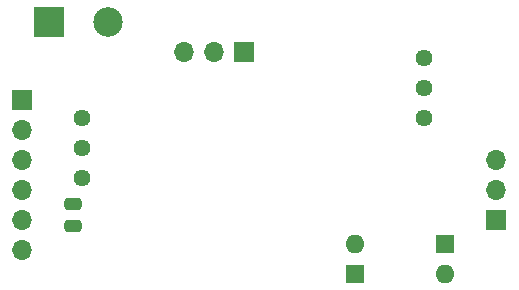
<source format=gbr>
%TF.GenerationSoftware,KiCad,Pcbnew,7.0.11+dfsg-1build4*%
%TF.CreationDate,2024-08-04T00:39:12+02:00*%
%TF.ProjectId,SmallESC,536d616c-6c45-4534-932e-6b696361645f,rev?*%
%TF.SameCoordinates,Original*%
%TF.FileFunction,Soldermask,Bot*%
%TF.FilePolarity,Negative*%
%FSLAX46Y46*%
G04 Gerber Fmt 4.6, Leading zero omitted, Abs format (unit mm)*
G04 Created by KiCad (PCBNEW 7.0.11+dfsg-1build4) date 2024-08-04 00:39:12*
%MOMM*%
%LPD*%
G01*
G04 APERTURE LIST*
G04 Aperture macros list*
%AMRoundRect*
0 Rectangle with rounded corners*
0 $1 Rounding radius*
0 $2 $3 $4 $5 $6 $7 $8 $9 X,Y pos of 4 corners*
0 Add a 4 corners polygon primitive as box body*
4,1,4,$2,$3,$4,$5,$6,$7,$8,$9,$2,$3,0*
0 Add four circle primitives for the rounded corners*
1,1,$1+$1,$2,$3*
1,1,$1+$1,$4,$5*
1,1,$1+$1,$6,$7*
1,1,$1+$1,$8,$9*
0 Add four rect primitives between the rounded corners*
20,1,$1+$1,$2,$3,$4,$5,0*
20,1,$1+$1,$4,$5,$6,$7,0*
20,1,$1+$1,$6,$7,$8,$9,0*
20,1,$1+$1,$8,$9,$2,$3,0*%
G04 Aperture macros list end*
%ADD10R,2.500000X2.500000*%
%ADD11C,2.500000*%
%ADD12R,1.600000X1.600000*%
%ADD13O,1.600000X1.600000*%
%ADD14C,1.440000*%
%ADD15R,1.700000X1.700000*%
%ADD16O,1.700000X1.700000*%
%ADD17RoundRect,0.250000X-0.475000X0.250000X-0.475000X-0.250000X0.475000X-0.250000X0.475000X0.250000X0*%
G04 APERTURE END LIST*
D10*
%TO.C,J1*%
X53086000Y-51816000D03*
D11*
X58086000Y-51816000D03*
%TD*%
D12*
%TO.C,D2*%
X86614000Y-70612000D03*
D13*
X78994000Y-70612000D03*
%TD*%
D14*
%TO.C,RV2*%
X84836000Y-54864000D03*
X84836000Y-57404000D03*
X84836000Y-59944000D03*
%TD*%
D15*
%TO.C,J4*%
X90932000Y-68580000D03*
D16*
X90932000Y-66040000D03*
X90932000Y-63500000D03*
%TD*%
D14*
%TO.C,RV1*%
X55880000Y-59944000D03*
X55880000Y-62484000D03*
X55880000Y-65024000D03*
%TD*%
D15*
%TO.C,J2*%
X69581000Y-54356000D03*
D16*
X67041000Y-54356000D03*
X64501000Y-54356000D03*
%TD*%
D15*
%TO.C,J3*%
X50800000Y-58420000D03*
D16*
X50800000Y-60960000D03*
X50800000Y-63500000D03*
X50800000Y-66040000D03*
X50800000Y-68580000D03*
X50800000Y-71120000D03*
%TD*%
D17*
%TO.C,C2*%
X55118000Y-67249000D03*
X55118000Y-69149000D03*
%TD*%
D12*
%TO.C,D3*%
X78994000Y-73152000D03*
D13*
X86614000Y-73152000D03*
%TD*%
M02*

</source>
